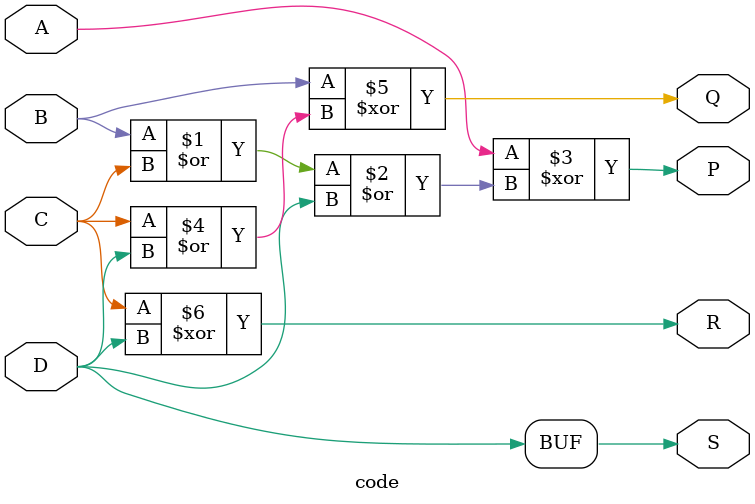
<source format=v>
module code(input A,B,C,D,output P,Q,R,S);
assign P=A ^ (B | C | D);
assign Q=B ^ (C | D);
assign R=C ^ D;
assign S=D;
endmodule 
</source>
